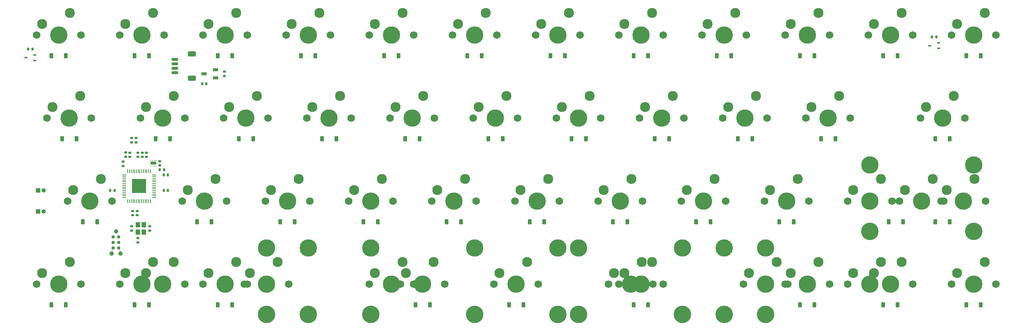
<source format=gbr>
%TF.GenerationSoftware,KiCad,Pcbnew,7.99.0-unknown-e01ef0a38d~172~ubuntu23.04.1*%
%TF.CreationDate,2023-10-19T21:10:57-04:00*%
%TF.ProjectId,Koneko40Stagger,4b6f6e65-6b6f-4343-9053-746167676572,rev?*%
%TF.SameCoordinates,Original*%
%TF.FileFunction,Soldermask,Bot*%
%TF.FilePolarity,Negative*%
%FSLAX46Y46*%
G04 Gerber Fmt 4.6, Leading zero omitted, Abs format (unit mm)*
G04 Created by KiCad (PCBNEW 7.99.0-unknown-e01ef0a38d~172~ubuntu23.04.1) date 2023-10-19 21:10:57*
%MOMM*%
%LPD*%
G01*
G04 APERTURE LIST*
G04 Aperture macros list*
%AMRoundRect*
0 Rectangle with rounded corners*
0 $1 Rounding radius*
0 $2 $3 $4 $5 $6 $7 $8 $9 X,Y pos of 4 corners*
0 Add a 4 corners polygon primitive as box body*
4,1,4,$2,$3,$4,$5,$6,$7,$8,$9,$2,$3,0*
0 Add four circle primitives for the rounded corners*
1,1,$1+$1,$2,$3*
1,1,$1+$1,$4,$5*
1,1,$1+$1,$6,$7*
1,1,$1+$1,$8,$9*
0 Add four rect primitives between the rounded corners*
20,1,$1+$1,$2,$3,$4,$5,0*
20,1,$1+$1,$4,$5,$6,$7,0*
20,1,$1+$1,$6,$7,$8,$9,0*
20,1,$1+$1,$8,$9,$2,$3,0*%
%AMFreePoly0*
4,1,18,-0.350000,0.510000,-0.339343,0.563576,-0.308995,0.608995,-0.263576,0.639343,-0.210000,0.650000,0.210000,0.650000,0.263576,0.639343,0.308995,0.608995,0.339343,0.563576,0.350000,0.510000,0.350000,-0.510000,0.339343,-0.563576,0.308995,-0.608995,0.263576,-0.639343,0.210000,-0.650000,-0.210000,-0.650000,-0.350000,-0.510000,-0.350000,0.510000,-0.350000,0.510000,$1*%
G04 Aperture macros list end*
%ADD10C,1.750000*%
%ADD11C,3.987800*%
%ADD12C,2.300000*%
%ADD13C,4.000000*%
%ADD14RoundRect,0.225000X-0.225000X-0.375000X0.225000X-0.375000X0.225000X0.375000X-0.225000X0.375000X0*%
%ADD15RoundRect,0.140000X0.170000X-0.140000X0.170000X0.140000X-0.170000X0.140000X-0.170000X-0.140000X0*%
%ADD16R,1.220000X0.650000*%
%ADD17RoundRect,0.135000X0.185000X-0.135000X0.185000X0.135000X-0.185000X0.135000X-0.185000X-0.135000X0*%
%ADD18RoundRect,0.140000X-0.170000X0.140000X-0.170000X-0.140000X0.170000X-0.140000X0.170000X0.140000X0*%
%ADD19R,0.700000X0.450000*%
%ADD20RoundRect,0.140000X0.140000X0.170000X-0.140000X0.170000X-0.140000X-0.170000X0.140000X-0.170000X0*%
%ADD21RoundRect,0.135000X0.135000X0.185000X-0.135000X0.185000X-0.135000X-0.185000X0.135000X-0.185000X0*%
%ADD22R,1.000000X1.000000*%
%ADD23O,1.000000X1.000000*%
%ADD24RoundRect,0.140000X-0.140000X-0.170000X0.140000X-0.170000X0.140000X0.170000X-0.140000X0.170000X0*%
%ADD25RoundRect,0.045000X0.045000X-0.055000X0.045000X0.055000X-0.045000X0.055000X-0.045000X-0.055000X0*%
%ADD26C,0.500000*%
%ADD27FreePoly0,90.000000*%
%ADD28RoundRect,0.135000X-0.135000X-0.185000X0.135000X-0.185000X0.135000X0.185000X-0.135000X0.185000X0*%
%ADD29R,1.000000X1.150000*%
%ADD30C,0.990600*%
%ADD31C,0.787400*%
%ADD32RoundRect,0.050000X0.387500X0.050000X-0.387500X0.050000X-0.387500X-0.050000X0.387500X-0.050000X0*%
%ADD33RoundRect,0.050000X0.050000X0.387500X-0.050000X0.387500X-0.050000X-0.387500X0.050000X-0.387500X0*%
%ADD34R,3.200000X3.200000*%
%ADD35RoundRect,0.150000X-0.625000X0.150000X-0.625000X-0.150000X0.625000X-0.150000X0.625000X0.150000X0*%
%ADD36RoundRect,0.250000X-0.650000X0.350000X-0.650000X-0.350000X0.650000X-0.350000X0.650000X0.350000X0*%
G04 APERTURE END LIST*
D10*
%TO.C,SW32*%
X208915000Y-75009375D03*
D11*
X213995000Y-75009375D03*
D10*
X219075000Y-75009375D03*
D12*
X210185000Y-72469375D03*
X216535000Y-69929375D03*
%TD*%
D10*
%TO.C,SW39*%
X89852500Y-94059375D03*
D11*
X94932500Y-94059375D03*
D10*
X100012500Y-94059375D03*
D12*
X91122500Y-91519375D03*
X97472500Y-88979375D03*
%TD*%
D13*
%TO.C,S2*%
X209232500Y-101044375D03*
D11*
X209232500Y-85804375D03*
D13*
X94932500Y-101044375D03*
D11*
X94932500Y-85804375D03*
%TD*%
D10*
%TO.C,SW16*%
X104140000Y-55959375D03*
D11*
X109220000Y-55959375D03*
D10*
X114300000Y-55959375D03*
D12*
X105410000Y-53419375D03*
X111760000Y-50879375D03*
%TD*%
D10*
%TO.C,SW46*%
X175577500Y-94059375D03*
D11*
X180657500Y-94059375D03*
D10*
X185737500Y-94059375D03*
D12*
X176847500Y-91519375D03*
X183197500Y-88979375D03*
%TD*%
D10*
%TO.C,SW11*%
X232727500Y-36909375D03*
D11*
X237807500Y-36909375D03*
D10*
X242887500Y-36909375D03*
D12*
X233997500Y-34369375D03*
X240347500Y-31829375D03*
%TD*%
D11*
%TO.C,SW44*%
X256857500Y-36909375D03*
%TD*%
D10*
%TO.C,SW8*%
X175577500Y-36909375D03*
D11*
X180657500Y-36909375D03*
D10*
X185737500Y-36909375D03*
D12*
X176847500Y-34369375D03*
X183197500Y-31829375D03*
%TD*%
D10*
%TO.C,SW22*%
X218440000Y-55959375D03*
D11*
X223520000Y-55959375D03*
D10*
X228600000Y-55959375D03*
D12*
X219710000Y-53419375D03*
X226060000Y-50879375D03*
%TD*%
D10*
%TO.C,SW28*%
X132715000Y-75009375D03*
D11*
X137795000Y-75009375D03*
D10*
X142875000Y-75009375D03*
D12*
X133985000Y-72469375D03*
X140335000Y-69929375D03*
%TD*%
D10*
%TO.C,SW49*%
X227965000Y-94059375D03*
D11*
X233045000Y-94059375D03*
D10*
X238125000Y-94059375D03*
D12*
X229235000Y-91519375D03*
X235585000Y-88979375D03*
%TD*%
D10*
%TO.C,SW48*%
X232727500Y-94059375D03*
D11*
X237807500Y-94059375D03*
D10*
X242887500Y-94059375D03*
D12*
X233997500Y-91519375D03*
X240347500Y-88979375D03*
%TD*%
D13*
%TO.C,S1*%
X209232500Y-101044375D03*
D11*
X209232500Y-85804375D03*
D13*
X94932500Y-101044375D03*
D11*
X94932500Y-85804375D03*
%TD*%
D10*
%TO.C,SW45*%
X173196250Y-94059375D03*
D11*
X178276250Y-94059375D03*
D10*
X183356250Y-94059375D03*
D12*
X174466250Y-91519375D03*
X180816250Y-88979375D03*
%TD*%
D10*
%TO.C,SW10*%
X213677500Y-36909375D03*
D11*
X218757500Y-36909375D03*
D10*
X223837500Y-36909375D03*
D12*
X214947500Y-34369375D03*
X221297500Y-31829375D03*
%TD*%
D13*
%TO.C,S3*%
X199707500Y-101044375D03*
D11*
X199707500Y-85804375D03*
D13*
X161607500Y-101044375D03*
D11*
X161607500Y-85804375D03*
%TD*%
D10*
%TO.C,SW34*%
X249396250Y-75009375D03*
D11*
X254476250Y-75009375D03*
D10*
X259556250Y-75009375D03*
D12*
X250666250Y-72469375D03*
X257016250Y-69929375D03*
%TD*%
D10*
%TO.C,SW29*%
X151765000Y-75009375D03*
D11*
X156845000Y-75009375D03*
D10*
X161925000Y-75009375D03*
D12*
X153035000Y-72469375D03*
X159385000Y-69929375D03*
%TD*%
D10*
%TO.C,SW19*%
X161290000Y-55959375D03*
D11*
X166370000Y-55959375D03*
D10*
X171450000Y-55959375D03*
D12*
X162560000Y-53419375D03*
X168910000Y-50879375D03*
%TD*%
D10*
%TO.C,SW4*%
X99377500Y-36909375D03*
D11*
X104457500Y-36909375D03*
D10*
X109537500Y-36909375D03*
D12*
X100647500Y-34369375D03*
X106997500Y-31829375D03*
%TD*%
D10*
%TO.C,SW47*%
X204152500Y-94059375D03*
D11*
X209232500Y-94059375D03*
D10*
X214312500Y-94059375D03*
D12*
X205422500Y-91519375D03*
X211772500Y-88979375D03*
%TD*%
D10*
%TO.C,SW9*%
X194627500Y-36909375D03*
D11*
X199707500Y-36909375D03*
D10*
X204787500Y-36909375D03*
D12*
X195897500Y-34369375D03*
X202247500Y-31829375D03*
%TD*%
D13*
%TO.C,S4*%
X190182500Y-101044375D03*
D11*
X190182500Y-85804375D03*
D13*
X166370000Y-101044375D03*
D11*
X166370000Y-85804375D03*
%TD*%
D10*
%TO.C,SW1*%
X42227500Y-36909375D03*
D11*
X47307500Y-36909375D03*
D10*
X52387500Y-36909375D03*
D12*
X43497500Y-34369375D03*
X49847500Y-31829375D03*
%TD*%
D10*
%TO.C,SW36*%
X61277500Y-94059375D03*
D11*
X66357500Y-94059375D03*
D10*
X71437500Y-94059375D03*
D12*
X62547500Y-91519375D03*
X68897500Y-88979375D03*
%TD*%
D10*
%TO.C,SW33*%
X227965000Y-75009375D03*
D11*
X233045000Y-75009375D03*
D10*
X238125000Y-75009375D03*
D12*
X229235000Y-72469375D03*
X235585000Y-69929375D03*
%TD*%
D10*
%TO.C,SW52*%
X239871250Y-75009375D03*
D11*
X244951250Y-75009375D03*
D10*
X250031250Y-75009375D03*
D12*
X241141250Y-72469375D03*
X247491250Y-69929375D03*
%TD*%
D10*
%TO.C,SW3*%
X80327500Y-36909375D03*
D11*
X85407500Y-36909375D03*
D10*
X90487500Y-36909375D03*
D12*
X81597500Y-34369375D03*
X87947500Y-31829375D03*
%TD*%
D13*
%TO.C,S41*%
X142557500Y-101044375D03*
D11*
X142557500Y-85804375D03*
D13*
X118745000Y-101044375D03*
D11*
X118745000Y-85804375D03*
%TD*%
D13*
%TO.C,S40*%
X142557500Y-101044375D03*
D11*
X142557500Y-85804375D03*
D13*
X104457500Y-101044375D03*
D11*
X104457500Y-85804375D03*
%TD*%
D10*
%TO.C,SW27*%
X113665000Y-75009375D03*
D11*
X118745000Y-75009375D03*
D10*
X123825000Y-75009375D03*
D12*
X114935000Y-72469375D03*
X121285000Y-69929375D03*
%TD*%
D10*
%TO.C,SW12*%
X251777500Y-36909375D03*
D11*
X256857500Y-36909375D03*
D10*
X261937500Y-36909375D03*
D12*
X253047500Y-34369375D03*
X259397500Y-31829375D03*
%TD*%
D10*
%TO.C,SW50*%
X213677500Y-94059375D03*
D11*
X218757500Y-94059375D03*
D10*
X223837500Y-94059375D03*
D12*
X214947500Y-91519375D03*
X221297500Y-88979375D03*
%TD*%
D10*
%TO.C,SW35*%
X42227500Y-94059375D03*
D11*
X47307500Y-94059375D03*
D10*
X52387500Y-94059375D03*
D12*
X43497500Y-91519375D03*
X49847500Y-88979375D03*
%TD*%
D10*
%TO.C,SW13*%
X44608750Y-55959375D03*
D11*
X49688750Y-55959375D03*
D10*
X54768750Y-55959375D03*
D12*
X45878750Y-53419375D03*
X52228750Y-50879375D03*
%TD*%
D10*
%TO.C,SW38*%
X80327500Y-94059375D03*
D11*
X85407500Y-94059375D03*
D10*
X90487500Y-94059375D03*
D12*
X81597500Y-91519375D03*
X87947500Y-88979375D03*
%TD*%
D10*
%TO.C,SW31*%
X189865000Y-75009375D03*
D11*
X194945000Y-75009375D03*
D10*
X200025000Y-75009375D03*
D12*
X191135000Y-72469375D03*
X197485000Y-69929375D03*
%TD*%
D10*
%TO.C,SW51*%
X251777500Y-94059375D03*
D11*
X256857500Y-94059375D03*
D10*
X261937500Y-94059375D03*
D12*
X253047500Y-91519375D03*
X259397500Y-88979375D03*
%TD*%
D10*
%TO.C,SW23*%
X244633750Y-55959375D03*
D11*
X249713750Y-55959375D03*
D10*
X254793750Y-55959375D03*
D12*
X245903750Y-53419375D03*
X252253750Y-50879375D03*
%TD*%
D10*
%TO.C,SW17*%
X123190000Y-55959375D03*
D11*
X128270000Y-55959375D03*
D10*
X133350000Y-55959375D03*
D12*
X124460000Y-53419375D03*
X130810000Y-50879375D03*
%TD*%
D13*
%TO.C,S35*%
X256857500Y-81994375D03*
D11*
X256857500Y-66754375D03*
D13*
X233045000Y-81994375D03*
D11*
X233045000Y-66754375D03*
%TD*%
D10*
%TO.C,SW25*%
X75565000Y-75009375D03*
D11*
X80645000Y-75009375D03*
D10*
X85725000Y-75009375D03*
D12*
X76835000Y-72469375D03*
X83185000Y-69929375D03*
%TD*%
D10*
%TO.C,SW5*%
X118427500Y-36909375D03*
D11*
X123507500Y-36909375D03*
D10*
X128587500Y-36909375D03*
D12*
X119697500Y-34369375D03*
X126047500Y-31829375D03*
%TD*%
D11*
%TO.C,SW43*%
X47307500Y-36909375D03*
%TD*%
D10*
%TO.C,SW7*%
X156527500Y-36909375D03*
D11*
X161607500Y-36909375D03*
D10*
X166687500Y-36909375D03*
D12*
X157797500Y-34369375D03*
X164147500Y-31829375D03*
%TD*%
D10*
%TO.C,SW30*%
X170815000Y-75009375D03*
D11*
X175895000Y-75009375D03*
D10*
X180975000Y-75009375D03*
D12*
X172085000Y-72469375D03*
X178435000Y-69929375D03*
%TD*%
D10*
%TO.C,SW2*%
X61277500Y-36909375D03*
D11*
X66357500Y-36909375D03*
D10*
X71437500Y-36909375D03*
D12*
X62547500Y-34369375D03*
X68897500Y-31829375D03*
%TD*%
D10*
%TO.C,SW42*%
X147002500Y-94059375D03*
D11*
X152082500Y-94059375D03*
D10*
X157162500Y-94059375D03*
D12*
X148272500Y-91519375D03*
X154622500Y-88979375D03*
%TD*%
D10*
%TO.C,SW15*%
X85090000Y-55959375D03*
D11*
X90170000Y-55959375D03*
D10*
X95250000Y-55959375D03*
D12*
X86360000Y-53419375D03*
X92710000Y-50879375D03*
%TD*%
D10*
%TO.C,SW24*%
X49371250Y-75009375D03*
D11*
X54451250Y-75009375D03*
D10*
X59531250Y-75009375D03*
D12*
X50641250Y-72469375D03*
X56991250Y-69929375D03*
%TD*%
D10*
%TO.C,SW18*%
X142240000Y-55959375D03*
D11*
X147320000Y-55959375D03*
D10*
X152400000Y-55959375D03*
D12*
X143510000Y-53419375D03*
X149860000Y-50879375D03*
%TD*%
D10*
%TO.C,SW21*%
X199390000Y-55959375D03*
D11*
X204470000Y-55959375D03*
D10*
X209550000Y-55959375D03*
D12*
X200660000Y-53419375D03*
X207010000Y-50879375D03*
%TD*%
D10*
%TO.C,SW40*%
X118427500Y-94059375D03*
D11*
X123507500Y-94059375D03*
D10*
X128587500Y-94059375D03*
D12*
X119697500Y-91519375D03*
X126047500Y-88979375D03*
%TD*%
D10*
%TO.C,SW26*%
X94615000Y-75009375D03*
D11*
X99695000Y-75009375D03*
D10*
X104775000Y-75009375D03*
D12*
X95885000Y-72469375D03*
X102235000Y-69929375D03*
%TD*%
D10*
%TO.C,SW41*%
X125571250Y-94059375D03*
D11*
X130651250Y-94059375D03*
D10*
X135731250Y-94059375D03*
D12*
X126841250Y-91519375D03*
X133191250Y-88979375D03*
%TD*%
D10*
%TO.C,SW37*%
X66040000Y-94059375D03*
D11*
X71120000Y-94059375D03*
D10*
X76200000Y-94059375D03*
D12*
X67310000Y-91519375D03*
X73660000Y-88979375D03*
%TD*%
D10*
%TO.C,SW20*%
X180340000Y-55959375D03*
D11*
X185420000Y-55959375D03*
D10*
X190500000Y-55959375D03*
D12*
X181610000Y-53419375D03*
X187960000Y-50879375D03*
%TD*%
D10*
%TO.C,SW6*%
X137477500Y-36909375D03*
D11*
X142557500Y-36909375D03*
D10*
X147637500Y-36909375D03*
D12*
X138747500Y-34369375D03*
X145097500Y-31829375D03*
%TD*%
D10*
%TO.C,SW14*%
X66040000Y-55959375D03*
D11*
X71120000Y-55959375D03*
D10*
X76200000Y-55959375D03*
D12*
X67310000Y-53419375D03*
X73660000Y-50879375D03*
%TD*%
D14*
%TO.C,D37*%
X83757500Y-98821875D03*
X87057500Y-98821875D03*
%TD*%
D15*
%TO.C,C6*%
X62591875Y-64874375D03*
X62591875Y-63914375D03*
%TD*%
D16*
%TO.C,U3*%
X83237700Y-44874775D03*
X83237700Y-46774775D03*
X80617700Y-45824775D03*
%TD*%
D15*
%TO.C,C10*%
X63601875Y-64884375D03*
X63601875Y-63924375D03*
%TD*%
D14*
%TO.C,D27*%
X117095000Y-79771875D03*
X120395000Y-79771875D03*
%TD*%
D17*
%TO.C,R4*%
X64001875Y-81814375D03*
X64001875Y-80794375D03*
%TD*%
D14*
%TO.C,D13*%
X48038750Y-60721875D03*
X51338750Y-60721875D03*
%TD*%
%TO.C,D10*%
X217107500Y-41671875D03*
X220407500Y-41671875D03*
%TD*%
%TO.C,D22*%
X221870000Y-60721875D03*
X225170000Y-60721875D03*
%TD*%
D17*
%TO.C,R1*%
X65001875Y-61614375D03*
X65001875Y-60594375D03*
%TD*%
D14*
%TO.C,D30*%
X174245000Y-79771875D03*
X177545000Y-79771875D03*
%TD*%
D18*
%TO.C,C13*%
X68171875Y-80824375D03*
X68171875Y-81784375D03*
%TD*%
D14*
%TO.C,D18*%
X145670000Y-60721875D03*
X148970000Y-60721875D03*
%TD*%
D15*
%TO.C,C1*%
X65401875Y-64884375D03*
X65401875Y-63924375D03*
%TD*%
D19*
%TO.C,Q3*%
X41782500Y-41504375D03*
X41782500Y-42804375D03*
X39782500Y-42154375D03*
%TD*%
D20*
%TO.C,C8*%
X60060000Y-72614375D03*
X59100000Y-72614375D03*
%TD*%
D18*
%TO.C,C9*%
X64251875Y-77324375D03*
X64251875Y-78284375D03*
%TD*%
D17*
%TO.C,R2*%
X64001875Y-61614375D03*
X64001875Y-60594375D03*
%TD*%
D14*
%TO.C,D2*%
X64707500Y-41671875D03*
X68007500Y-41671875D03*
%TD*%
%TO.C,D19*%
X164720000Y-60721875D03*
X168020000Y-60721875D03*
%TD*%
D21*
%TO.C,R5*%
X41292500Y-40154375D03*
X40272500Y-40154375D03*
%TD*%
D14*
%TO.C,D32*%
X212345000Y-79771875D03*
X215645000Y-79771875D03*
%TD*%
%TO.C,D8*%
X179007500Y-41671875D03*
X182307500Y-41671875D03*
%TD*%
%TO.C,D42*%
X236157500Y-98821875D03*
X239457500Y-98821875D03*
%TD*%
%TO.C,D31*%
X193295000Y-79771875D03*
X196595000Y-79771875D03*
%TD*%
D15*
%TO.C,C16*%
X85212500Y-46314375D03*
X85212500Y-45354375D03*
%TD*%
D14*
%TO.C,D41*%
X179007500Y-98821875D03*
X182307500Y-98821875D03*
%TD*%
D22*
%TO.C,JP1*%
X42545000Y-72628125D03*
D23*
X43815000Y-72628125D03*
%TD*%
D14*
%TO.C,D25*%
X78995000Y-79771875D03*
X82295000Y-79771875D03*
%TD*%
%TO.C,D23*%
X248063750Y-60721875D03*
X251363750Y-60721875D03*
%TD*%
%TO.C,D40*%
X150432500Y-98821875D03*
X153732500Y-98821875D03*
%TD*%
%TO.C,D14*%
X69470000Y-60721875D03*
X72770000Y-60721875D03*
%TD*%
D18*
%TO.C,C12*%
X70421875Y-65874107D03*
X70421875Y-66834107D03*
%TD*%
D14*
%TO.C,D44*%
X255207500Y-98821875D03*
X258507500Y-98821875D03*
%TD*%
D22*
%TO.C,JP2*%
X42545000Y-77390625D03*
D23*
X43815000Y-77390625D03*
%TD*%
D14*
%TO.C,D34*%
X248063750Y-79771875D03*
X251363750Y-79771875D03*
%TD*%
%TO.C,D39*%
X217107500Y-98821875D03*
X220407500Y-98821875D03*
%TD*%
D24*
%TO.C,C5*%
X71331875Y-69004375D03*
X72291875Y-69004375D03*
%TD*%
D25*
%TO.C,U1*%
X69598224Y-67004106D03*
X69198224Y-67004107D03*
X68798224Y-67004107D03*
X68398224Y-67004106D03*
X68398224Y-65704108D03*
X68798224Y-65704107D03*
X69198224Y-65704107D03*
X69598224Y-65704108D03*
D26*
X68998224Y-66354107D03*
D27*
X68998224Y-66354107D03*
%TD*%
D18*
%TO.C,C3*%
X65251875Y-77324375D03*
X65251875Y-78284375D03*
%TD*%
D14*
%TO.C,D16*%
X107570000Y-60721875D03*
X110870000Y-60721875D03*
%TD*%
%TO.C,D7*%
X159957500Y-41671875D03*
X163257500Y-41671875D03*
%TD*%
D28*
%TO.C,R3*%
X70391875Y-67874375D03*
X71411875Y-67874375D03*
%TD*%
D14*
%TO.C,D3*%
X83757500Y-41671875D03*
X87057500Y-41671875D03*
%TD*%
%TO.C,D11*%
X236157500Y-41671875D03*
X239457500Y-41671875D03*
%TD*%
%TO.C,D29*%
X155195000Y-79771875D03*
X158495000Y-79771875D03*
%TD*%
D29*
%TO.C,Y1*%
X66791875Y-80429375D03*
X66791875Y-82179375D03*
X65391875Y-82179375D03*
X65391875Y-80429375D03*
%TD*%
D14*
%TO.C,D1*%
X45657500Y-41671875D03*
X48957500Y-41671875D03*
%TD*%
%TO.C,D38*%
X129001250Y-98821875D03*
X132301250Y-98821875D03*
%TD*%
%TO.C,D21*%
X202820000Y-60721875D03*
X206120000Y-60721875D03*
%TD*%
%TO.C,D24*%
X52801250Y-79771875D03*
X56101250Y-79771875D03*
%TD*%
%TO.C,D35*%
X45657500Y-98821875D03*
X48957500Y-98821875D03*
%TD*%
D24*
%TO.C,C15*%
X80172500Y-48124375D03*
X81132500Y-48124375D03*
%TD*%
D15*
%TO.C,C7*%
X62021875Y-66974375D03*
X62021875Y-66014375D03*
%TD*%
D21*
%TO.C,R6*%
X248292500Y-37384375D03*
X247272500Y-37384375D03*
%TD*%
D14*
%TO.C,D15*%
X88520000Y-60721875D03*
X91820000Y-60721875D03*
%TD*%
D19*
%TO.C,Q2*%
X248782500Y-38734375D03*
X248782500Y-40034375D03*
X246782500Y-39384375D03*
%TD*%
D14*
%TO.C,D20*%
X183770000Y-60721875D03*
X187070000Y-60721875D03*
%TD*%
D15*
%TO.C,C11*%
X67401875Y-64884375D03*
X67401875Y-63924375D03*
%TD*%
D14*
%TO.C,D5*%
X121857500Y-41671875D03*
X125157500Y-41671875D03*
%TD*%
D15*
%TO.C,C2*%
X66401875Y-64884375D03*
X66401875Y-63924375D03*
%TD*%
D30*
%TO.C,J2*%
X60404375Y-81994375D03*
X61420375Y-87074375D03*
X59388375Y-87074375D03*
D31*
X61039375Y-83264375D03*
X59769375Y-83264375D03*
X61039375Y-84534375D03*
X59769375Y-84534375D03*
X61039375Y-85804375D03*
X59769375Y-85804375D03*
%TD*%
D18*
%TO.C,C14*%
X65391875Y-83554375D03*
X65391875Y-84514375D03*
%TD*%
D14*
%TO.C,D17*%
X126620000Y-60721875D03*
X129920000Y-60721875D03*
%TD*%
%TO.C,D36*%
X64707500Y-98821875D03*
X68007500Y-98821875D03*
%TD*%
%TO.C,D33*%
X237348125Y-79771875D03*
X240648125Y-79771875D03*
%TD*%
%TO.C,D9*%
X198057500Y-41671875D03*
X201357500Y-41671875D03*
%TD*%
D32*
%TO.C,U2*%
X69130000Y-69004375D03*
X69130000Y-69404376D03*
X69130000Y-69804375D03*
X69130000Y-70204375D03*
X69130000Y-70604375D03*
X69130000Y-71004374D03*
X69130000Y-71404375D03*
X69130000Y-71804375D03*
X69130000Y-72204376D03*
X69130000Y-72604375D03*
X69130000Y-73004375D03*
X69130000Y-73404375D03*
X69130000Y-73804374D03*
X69130000Y-74204375D03*
D33*
X68292500Y-75041875D03*
X67892499Y-75041875D03*
X67492500Y-75041875D03*
X67092500Y-75041875D03*
X66692500Y-75041875D03*
X66292501Y-75041875D03*
X65892500Y-75041875D03*
X65492500Y-75041875D03*
X65092499Y-75041875D03*
X64692500Y-75041875D03*
X64292500Y-75041875D03*
X63892500Y-75041875D03*
X63492501Y-75041875D03*
X63092500Y-75041875D03*
D32*
X62255000Y-74204375D03*
X62255000Y-73804374D03*
X62255000Y-73404375D03*
X62255000Y-73004375D03*
X62255000Y-72604375D03*
X62255000Y-72204376D03*
X62255000Y-71804375D03*
X62255000Y-71404375D03*
X62255000Y-71004374D03*
X62255000Y-70604375D03*
X62255000Y-70204375D03*
X62255000Y-69804375D03*
X62255000Y-69404376D03*
X62255000Y-69004375D03*
D33*
X63092500Y-68166875D03*
X63492501Y-68166875D03*
X63892500Y-68166875D03*
X64292500Y-68166875D03*
X64692500Y-68166875D03*
X65092499Y-68166875D03*
X65492500Y-68166875D03*
X65892500Y-68166875D03*
X66292501Y-68166875D03*
X66692500Y-68166875D03*
X67092500Y-68166875D03*
X67492500Y-68166875D03*
X67892499Y-68166875D03*
X68292500Y-68166875D03*
D34*
X65692500Y-71604375D03*
%TD*%
D14*
%TO.C,D12*%
X255207500Y-41671875D03*
X258507500Y-41671875D03*
%TD*%
%TO.C,D26*%
X98045000Y-79771875D03*
X101345000Y-79771875D03*
%TD*%
%TO.C,D4*%
X102807500Y-41671875D03*
X106107500Y-41671875D03*
%TD*%
D35*
%TO.C,J1*%
X73882500Y-42553125D03*
X73882500Y-43553125D03*
X73882500Y-44553125D03*
X73882500Y-45553125D03*
D36*
X77757500Y-41253125D03*
X77757500Y-46853125D03*
%TD*%
D24*
%TO.C,C4*%
X71331875Y-72594375D03*
X72291875Y-72594375D03*
%TD*%
D14*
%TO.C,D28*%
X136145000Y-79771875D03*
X139445000Y-79771875D03*
%TD*%
%TO.C,D6*%
X140907500Y-41671875D03*
X144207500Y-41671875D03*
%TD*%
M02*

</source>
